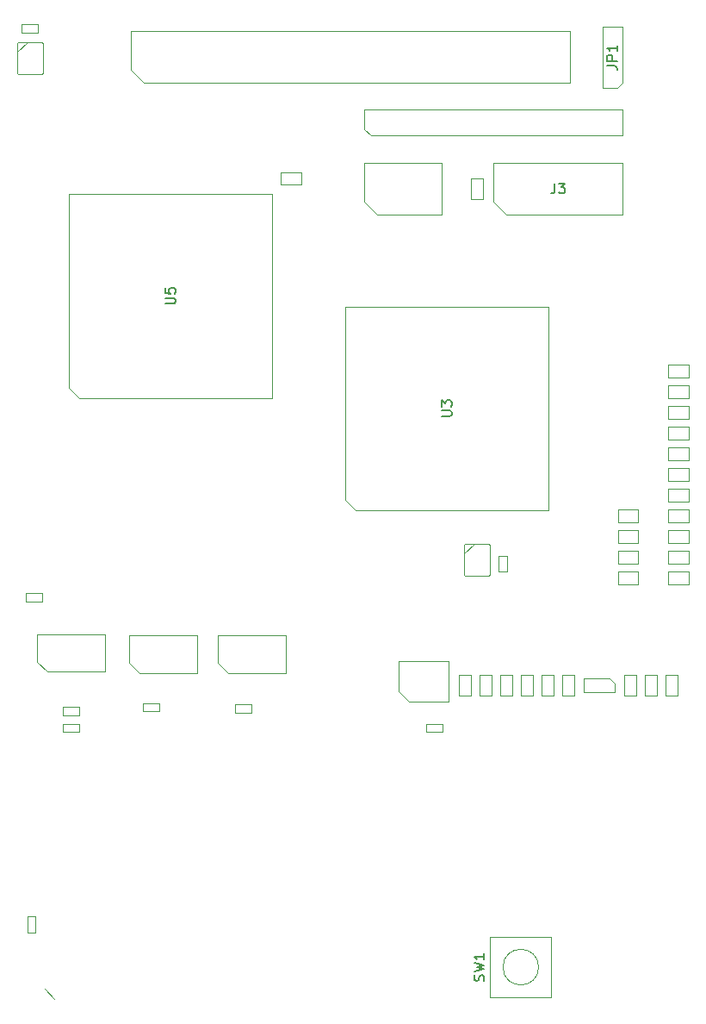
<source format=gbr>
G04 #@! TF.GenerationSoftware,KiCad,Pcbnew,(5.1.2-1)-1*
G04 #@! TF.CreationDate,2020-07-07T12:37:09+01:00*
G04 #@! TF.ProjectId,MZ80-80CLR,4d5a3830-2d38-4304-934c-522e6b696361,rev?*
G04 #@! TF.SameCoordinates,Original*
G04 #@! TF.FileFunction,Other,Fab,Top*
%FSLAX46Y46*%
G04 Gerber Fmt 4.6, Leading zero omitted, Abs format (unit mm)*
G04 Created by KiCad (PCBNEW (5.1.2-1)-1) date 2020-07-07 12:37:09*
%MOMM*%
%LPD*%
G04 APERTURE LIST*
%ADD10C,0.100000*%
%ADD11C,0.150000*%
G04 APERTURE END LIST*
D10*
X123797714Y-126873000D02*
G75*
G03X123797714Y-126873000I-1750714J0D01*
G01*
X119047000Y-123873000D02*
X119047000Y-129873000D01*
X125047000Y-123873000D02*
X119047000Y-123873000D01*
X125047000Y-129873000D02*
X125047000Y-123873000D01*
X119047000Y-129873000D02*
X125047000Y-129873000D01*
X128274000Y-98487000D02*
X128274000Y-99887000D01*
X131314000Y-99887000D02*
X128274000Y-99887000D01*
X130744000Y-98487000D02*
X131314000Y-99037000D01*
X131314000Y-99037000D02*
X131314000Y-99887000D01*
X130744000Y-98487000D02*
X128294000Y-98487000D01*
X107315000Y-45212000D02*
X106680000Y-44577000D01*
X132080000Y-45212000D02*
X107315000Y-45212000D01*
X132080000Y-42672000D02*
X132080000Y-45212000D01*
X106680000Y-42672000D02*
X132080000Y-42672000D01*
X106680000Y-44577000D02*
X106680000Y-42672000D01*
X120650000Y-52959000D02*
X119380000Y-51689000D01*
X132080000Y-52959000D02*
X120650000Y-52959000D01*
X132080000Y-47879000D02*
X132080000Y-52959000D01*
X119380000Y-47879000D02*
X132080000Y-47879000D01*
X119380000Y-51689000D02*
X119380000Y-47879000D01*
X84963000Y-40005000D02*
X83693000Y-38735000D01*
X126873000Y-40005000D02*
X84963000Y-40005000D01*
X126873000Y-34925000D02*
X126873000Y-40005000D01*
X83693000Y-34925000D02*
X126873000Y-34925000D01*
X83693000Y-38735000D02*
X83693000Y-34925000D01*
X107950000Y-52959000D02*
X106680000Y-51689000D01*
X114300000Y-52959000D02*
X107950000Y-52959000D01*
X114300000Y-47879000D02*
X114300000Y-52959000D01*
X106680000Y-47879000D02*
X114300000Y-47879000D01*
X106680000Y-51689000D02*
X106680000Y-47879000D01*
X104804000Y-81014500D02*
X104804000Y-62014500D01*
X104804000Y-62014500D02*
X124804000Y-62014500D01*
X124804000Y-62014500D02*
X124804000Y-82014500D01*
X124804000Y-82014500D02*
X105804000Y-82014500D01*
X105804000Y-82014500D02*
X104804000Y-81014500D01*
X77051000Y-102978000D02*
X78651000Y-102978000D01*
X77051000Y-103778000D02*
X77051000Y-102978000D01*
X78651000Y-103778000D02*
X77051000Y-103778000D01*
X78651000Y-102978000D02*
X78651000Y-103778000D01*
X74501000Y-94162000D02*
X81201000Y-94162000D01*
X81201000Y-97862000D02*
X81201000Y-94162000D01*
X74501000Y-96862000D02*
X74501000Y-94162000D01*
X75501000Y-97862000D02*
X81201000Y-97862000D01*
X75501000Y-97862000D02*
X74501000Y-96862000D01*
X76210000Y-130015000D02*
X75210000Y-129015000D01*
X78630000Y-70960000D02*
X77630000Y-69960000D01*
X97630000Y-70960000D02*
X78630000Y-70960000D01*
X97630000Y-50960000D02*
X97630000Y-70960000D01*
X77630000Y-50960000D02*
X97630000Y-50960000D01*
X77630000Y-69960000D02*
X77630000Y-50960000D01*
X118979000Y-85368000D02*
X118979000Y-88368000D01*
X118979000Y-88368000D02*
X118879000Y-88468000D01*
X118879000Y-88468000D02*
X116579000Y-88468000D01*
X116579000Y-88468000D02*
X116479000Y-88368000D01*
X116479000Y-88368000D02*
X116479000Y-85368000D01*
X116479000Y-85368000D02*
X116579000Y-85268000D01*
X116579000Y-85268000D02*
X118879000Y-85268000D01*
X118879000Y-85268000D02*
X118979000Y-85368000D01*
X117479000Y-85268000D02*
X116479000Y-86268000D01*
X75037000Y-36092000D02*
X75037000Y-39092000D01*
X75037000Y-39092000D02*
X74937000Y-39192000D01*
X74937000Y-39192000D02*
X72637000Y-39192000D01*
X72637000Y-39192000D02*
X72537000Y-39092000D01*
X72537000Y-39092000D02*
X72537000Y-36092000D01*
X72537000Y-36092000D02*
X72637000Y-35992000D01*
X72637000Y-35992000D02*
X74937000Y-35992000D01*
X74937000Y-35992000D02*
X75037000Y-36092000D01*
X73537000Y-35992000D02*
X72537000Y-36992000D01*
X111047000Y-100756000D02*
X110072000Y-99781000D01*
X114972000Y-100756000D02*
X111047000Y-100756000D01*
X114972000Y-96856000D02*
X114972000Y-100756000D01*
X110072000Y-96856000D02*
X114972000Y-96856000D01*
X110072000Y-99781000D02*
X110072000Y-96856000D01*
X136541000Y-67726000D02*
X138541000Y-67726000D01*
X136541000Y-68926000D02*
X136541000Y-67726000D01*
X138541000Y-68926000D02*
X136541000Y-68926000D01*
X138541000Y-67726000D02*
X138541000Y-68926000D01*
X123282000Y-98187000D02*
X123282000Y-100187000D01*
X122082000Y-98187000D02*
X123282000Y-98187000D01*
X122082000Y-100187000D02*
X122082000Y-98187000D01*
X123282000Y-100187000D02*
X122082000Y-100187000D01*
X126146000Y-100187000D02*
X126146000Y-98187000D01*
X127346000Y-100187000D02*
X126146000Y-100187000D01*
X127346000Y-98187000D02*
X127346000Y-100187000D01*
X126146000Y-98187000D02*
X127346000Y-98187000D01*
X121250000Y-98187000D02*
X121250000Y-100187000D01*
X120050000Y-98187000D02*
X121250000Y-98187000D01*
X120050000Y-100187000D02*
X120050000Y-98187000D01*
X121250000Y-100187000D02*
X120050000Y-100187000D01*
X125314000Y-98187000D02*
X125314000Y-100187000D01*
X124114000Y-98187000D02*
X125314000Y-98187000D01*
X124114000Y-100187000D02*
X124114000Y-98187000D01*
X125314000Y-100187000D02*
X124114000Y-100187000D01*
X135474000Y-98187000D02*
X135474000Y-100187000D01*
X134274000Y-98187000D02*
X135474000Y-98187000D01*
X134274000Y-100187000D02*
X134274000Y-98187000D01*
X135474000Y-100187000D02*
X134274000Y-100187000D01*
X137506000Y-98187000D02*
X137506000Y-100187000D01*
X136306000Y-98187000D02*
X137506000Y-98187000D01*
X136306000Y-100187000D02*
X136306000Y-98187000D01*
X137506000Y-100187000D02*
X136306000Y-100187000D01*
X133442000Y-98187000D02*
X133442000Y-100187000D01*
X132242000Y-98187000D02*
X133442000Y-98187000D01*
X132242000Y-100187000D02*
X132242000Y-98187000D01*
X133442000Y-100187000D02*
X132242000Y-100187000D01*
X136541000Y-71790000D02*
X138541000Y-71790000D01*
X136541000Y-72990000D02*
X136541000Y-71790000D01*
X138541000Y-72990000D02*
X136541000Y-72990000D01*
X138541000Y-71790000D02*
X138541000Y-72990000D01*
X136541000Y-69758000D02*
X138541000Y-69758000D01*
X136541000Y-70958000D02*
X136541000Y-69758000D01*
X138541000Y-70958000D02*
X136541000Y-70958000D01*
X138541000Y-69758000D02*
X138541000Y-70958000D01*
X136541000Y-88046000D02*
X138541000Y-88046000D01*
X136541000Y-89246000D02*
X136541000Y-88046000D01*
X138541000Y-89246000D02*
X136541000Y-89246000D01*
X138541000Y-88046000D02*
X138541000Y-89246000D01*
X136541000Y-86014000D02*
X138541000Y-86014000D01*
X136541000Y-87214000D02*
X136541000Y-86014000D01*
X138541000Y-87214000D02*
X136541000Y-87214000D01*
X138541000Y-86014000D02*
X138541000Y-87214000D01*
X136541000Y-83982000D02*
X138541000Y-83982000D01*
X136541000Y-85182000D02*
X136541000Y-83982000D01*
X138541000Y-85182000D02*
X136541000Y-85182000D01*
X138541000Y-83982000D02*
X138541000Y-85182000D01*
X136541000Y-81950000D02*
X138541000Y-81950000D01*
X136541000Y-83150000D02*
X136541000Y-81950000D01*
X138541000Y-83150000D02*
X136541000Y-83150000D01*
X138541000Y-81950000D02*
X138541000Y-83150000D01*
X136541000Y-79918000D02*
X138541000Y-79918000D01*
X136541000Y-81118000D02*
X136541000Y-79918000D01*
X138541000Y-81118000D02*
X136541000Y-81118000D01*
X138541000Y-79918000D02*
X138541000Y-81118000D01*
X136541000Y-77886000D02*
X138541000Y-77886000D01*
X136541000Y-79086000D02*
X136541000Y-77886000D01*
X138541000Y-79086000D02*
X136541000Y-79086000D01*
X138541000Y-77886000D02*
X138541000Y-79086000D01*
X136541000Y-75854000D02*
X138541000Y-75854000D01*
X136541000Y-77054000D02*
X136541000Y-75854000D01*
X138541000Y-77054000D02*
X136541000Y-77054000D01*
X138541000Y-75854000D02*
X138541000Y-77054000D01*
X136541000Y-73822000D02*
X138541000Y-73822000D01*
X136541000Y-75022000D02*
X136541000Y-73822000D01*
X138541000Y-75022000D02*
X136541000Y-75022000D01*
X138541000Y-73822000D02*
X138541000Y-75022000D01*
X131588000Y-88046000D02*
X133588000Y-88046000D01*
X131588000Y-89246000D02*
X131588000Y-88046000D01*
X133588000Y-89246000D02*
X131588000Y-89246000D01*
X133588000Y-88046000D02*
X133588000Y-89246000D01*
X131588000Y-86014000D02*
X133588000Y-86014000D01*
X131588000Y-87214000D02*
X131588000Y-86014000D01*
X133588000Y-87214000D02*
X131588000Y-87214000D01*
X133588000Y-86014000D02*
X133588000Y-87214000D01*
X131588000Y-83982000D02*
X133588000Y-83982000D01*
X131588000Y-85182000D02*
X131588000Y-83982000D01*
X133588000Y-85182000D02*
X131588000Y-85182000D01*
X133588000Y-83982000D02*
X133588000Y-85182000D01*
X131588000Y-81950000D02*
X133588000Y-81950000D01*
X131588000Y-83150000D02*
X131588000Y-81950000D01*
X133588000Y-83150000D02*
X131588000Y-83150000D01*
X133588000Y-81950000D02*
X133588000Y-83150000D01*
X98441000Y-50003000D02*
X98441000Y-48803000D01*
X98441000Y-48803000D02*
X100441000Y-48803000D01*
X100441000Y-48803000D02*
X100441000Y-50003000D01*
X100441000Y-50003000D02*
X98441000Y-50003000D01*
X117129000Y-49419000D02*
X118329000Y-49419000D01*
X118329000Y-49419000D02*
X118329000Y-51419000D01*
X118329000Y-51419000D02*
X117129000Y-51419000D01*
X117129000Y-51419000D02*
X117129000Y-49419000D01*
X119218000Y-98178000D02*
X119218000Y-100178000D01*
X118018000Y-98178000D02*
X119218000Y-98178000D01*
X118018000Y-100178000D02*
X118018000Y-98178000D01*
X119218000Y-100178000D02*
X118018000Y-100178000D01*
X117186000Y-98187000D02*
X117186000Y-100187000D01*
X115986000Y-98187000D02*
X117186000Y-98187000D01*
X115986000Y-100187000D02*
X115986000Y-98187000D01*
X117186000Y-100187000D02*
X115986000Y-100187000D01*
X132064000Y-39997000D02*
X131564000Y-40497000D01*
X132064000Y-34497000D02*
X132064000Y-39997000D01*
X130064000Y-34497000D02*
X132064000Y-34497000D01*
X130064000Y-40497000D02*
X130064000Y-34497000D01*
X131564000Y-40497000D02*
X130064000Y-40497000D01*
X74314000Y-121882000D02*
X74314000Y-123482000D01*
X73514000Y-121882000D02*
X74314000Y-121882000D01*
X73514000Y-123482000D02*
X73514000Y-121882000D01*
X74314000Y-123482000D02*
X73514000Y-123482000D01*
X114338000Y-103778000D02*
X112738000Y-103778000D01*
X114338000Y-102978000D02*
X114338000Y-103778000D01*
X112738000Y-102978000D02*
X114338000Y-102978000D01*
X112738000Y-103778000D02*
X112738000Y-102978000D01*
X119869000Y-86449000D02*
X120669000Y-86449000D01*
X120669000Y-86449000D02*
X120669000Y-88049000D01*
X120669000Y-88049000D02*
X119869000Y-88049000D01*
X119869000Y-88049000D02*
X119869000Y-86449000D01*
X74587000Y-34271000D02*
X74587000Y-35071000D01*
X74587000Y-35071000D02*
X72987000Y-35071000D01*
X72987000Y-35071000D02*
X72987000Y-34271000D01*
X72987000Y-34271000D02*
X74587000Y-34271000D01*
X92281000Y-94289000D02*
X98981000Y-94289000D01*
X98981000Y-97989000D02*
X98981000Y-94289000D01*
X92281000Y-96989000D02*
X92281000Y-94289000D01*
X93281000Y-97989000D02*
X98981000Y-97989000D01*
X93281000Y-97989000D02*
X92281000Y-96989000D01*
X83518000Y-94289000D02*
X90218000Y-94289000D01*
X90218000Y-97989000D02*
X90218000Y-94289000D01*
X83518000Y-96989000D02*
X83518000Y-94289000D01*
X84518000Y-97989000D02*
X90218000Y-97989000D01*
X84518000Y-97989000D02*
X83518000Y-96989000D01*
X93942000Y-101073000D02*
X95542000Y-101073000D01*
X93942000Y-101873000D02*
X93942000Y-101073000D01*
X95542000Y-101873000D02*
X93942000Y-101873000D01*
X95542000Y-101073000D02*
X95542000Y-101873000D01*
X73368000Y-90151000D02*
X74968000Y-90151000D01*
X73368000Y-90951000D02*
X73368000Y-90151000D01*
X74968000Y-90951000D02*
X73368000Y-90951000D01*
X74968000Y-90151000D02*
X74968000Y-90951000D01*
X84925000Y-100946000D02*
X86525000Y-100946000D01*
X84925000Y-101746000D02*
X84925000Y-100946000D01*
X86525000Y-101746000D02*
X84925000Y-101746000D01*
X86525000Y-100946000D02*
X86525000Y-101746000D01*
X77051000Y-101327000D02*
X78651000Y-101327000D01*
X77051000Y-102127000D02*
X77051000Y-101327000D01*
X78651000Y-102127000D02*
X77051000Y-102127000D01*
X78651000Y-101327000D02*
X78651000Y-102127000D01*
D11*
X118401761Y-128206333D02*
X118449380Y-128063476D01*
X118449380Y-127825380D01*
X118401761Y-127730142D01*
X118354142Y-127682523D01*
X118258904Y-127634904D01*
X118163666Y-127634904D01*
X118068428Y-127682523D01*
X118020809Y-127730142D01*
X117973190Y-127825380D01*
X117925571Y-128015857D01*
X117877952Y-128111095D01*
X117830333Y-128158714D01*
X117735095Y-128206333D01*
X117639857Y-128206333D01*
X117544619Y-128158714D01*
X117497000Y-128111095D01*
X117449380Y-128015857D01*
X117449380Y-127777761D01*
X117497000Y-127634904D01*
X117449380Y-127301571D02*
X118449380Y-127063476D01*
X117735095Y-126873000D01*
X118449380Y-126682523D01*
X117449380Y-126444428D01*
X118449380Y-125539666D02*
X118449380Y-126111095D01*
X118449380Y-125825380D02*
X117449380Y-125825380D01*
X117592238Y-125920619D01*
X117687476Y-126015857D01*
X117735095Y-126111095D01*
X125396666Y-49871380D02*
X125396666Y-50585666D01*
X125349047Y-50728523D01*
X125253809Y-50823761D01*
X125110952Y-50871380D01*
X125015714Y-50871380D01*
X125777619Y-49871380D02*
X126396666Y-49871380D01*
X126063333Y-50252333D01*
X126206190Y-50252333D01*
X126301428Y-50299952D01*
X126349047Y-50347571D01*
X126396666Y-50442809D01*
X126396666Y-50680904D01*
X126349047Y-50776142D01*
X126301428Y-50823761D01*
X126206190Y-50871380D01*
X125920476Y-50871380D01*
X125825238Y-50823761D01*
X125777619Y-50776142D01*
X114256380Y-72776404D02*
X115065904Y-72776404D01*
X115161142Y-72728785D01*
X115208761Y-72681166D01*
X115256380Y-72585928D01*
X115256380Y-72395452D01*
X115208761Y-72300214D01*
X115161142Y-72252595D01*
X115065904Y-72204976D01*
X114256380Y-72204976D01*
X114256380Y-71824023D02*
X114256380Y-71204976D01*
X114637333Y-71538309D01*
X114637333Y-71395452D01*
X114684952Y-71300214D01*
X114732571Y-71252595D01*
X114827809Y-71204976D01*
X115065904Y-71204976D01*
X115161142Y-71252595D01*
X115208761Y-71300214D01*
X115256380Y-71395452D01*
X115256380Y-71681166D01*
X115208761Y-71776404D01*
X115161142Y-71824023D01*
X87082380Y-61721904D02*
X87891904Y-61721904D01*
X87987142Y-61674285D01*
X88034761Y-61626666D01*
X88082380Y-61531428D01*
X88082380Y-61340952D01*
X88034761Y-61245714D01*
X87987142Y-61198095D01*
X87891904Y-61150476D01*
X87082380Y-61150476D01*
X87082380Y-60198095D02*
X87082380Y-60674285D01*
X87558571Y-60721904D01*
X87510952Y-60674285D01*
X87463333Y-60579047D01*
X87463333Y-60340952D01*
X87510952Y-60245714D01*
X87558571Y-60198095D01*
X87653809Y-60150476D01*
X87891904Y-60150476D01*
X87987142Y-60198095D01*
X88034761Y-60245714D01*
X88082380Y-60340952D01*
X88082380Y-60579047D01*
X88034761Y-60674285D01*
X87987142Y-60721904D01*
X130516380Y-38330333D02*
X131230666Y-38330333D01*
X131373523Y-38377952D01*
X131468761Y-38473190D01*
X131516380Y-38616047D01*
X131516380Y-38711285D01*
X131516380Y-37854142D02*
X130516380Y-37854142D01*
X130516380Y-37473190D01*
X130564000Y-37377952D01*
X130611619Y-37330333D01*
X130706857Y-37282714D01*
X130849714Y-37282714D01*
X130944952Y-37330333D01*
X130992571Y-37377952D01*
X131040190Y-37473190D01*
X131040190Y-37854142D01*
X131516380Y-36330333D02*
X131516380Y-36901761D01*
X131516380Y-36616047D02*
X130516380Y-36616047D01*
X130659238Y-36711285D01*
X130754476Y-36806523D01*
X130802095Y-36901761D01*
M02*

</source>
